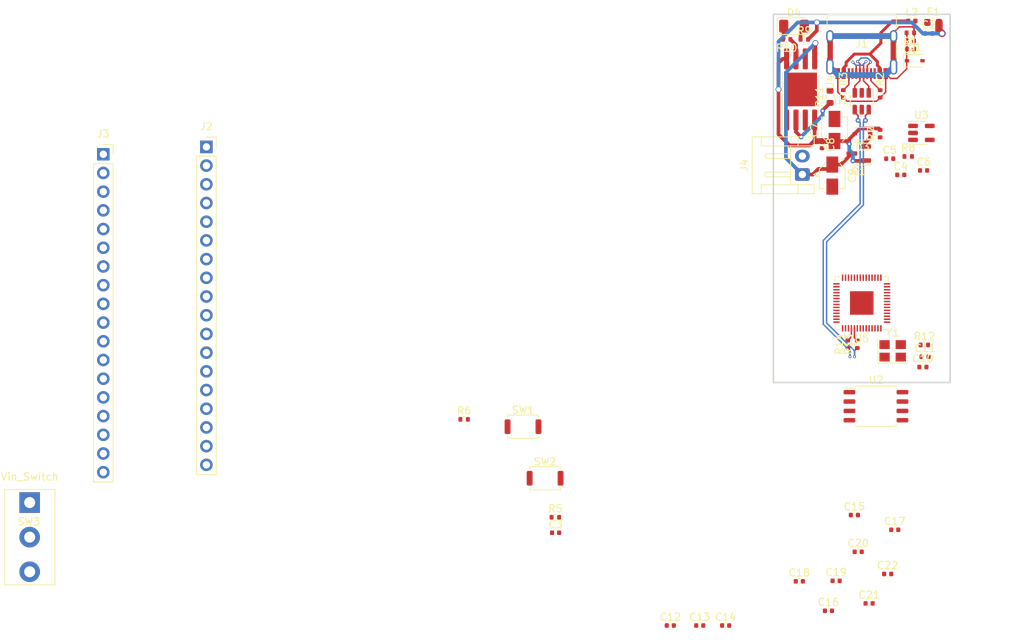
<source format=kicad_pcb>
(kicad_pcb (version 20211014) (generator pcbnew)
  (layers (0 "F.Cu" signal) (31 "B.Cu" signal) (34 "B.Paste" user) (35 "F.Paste" user) (36 "B.SilkS" user "B.Silkscreen") (37 "F.SilkS" user "F.Silkscreen") (38 "B.Mask" user) (39 "F.Mask" user) (44 "Edge.Cuts" user))
  (net 0 "")
  (net 1 "Earth")
  (net 2 "GNDPWR")
  (net 3 "GND")
  (net 4 "+5V")
  (net 5 "RUN")
  (net 6 "/VSRC")
  (net 7 "Charge")
  (net 8 "XIN")
  (net 9 "Net-(C11-Pad1)")
  (net 10 "+1V1")
  (net 11 "Net-(D4-Pad1)")
  (net 12 "Net-(D4-Pad2)")
  (net 13 "Net-(F1-Pad1)")
  (net 14 "VBUS")
  (net 15 "/CC1")
  (net 16 "D+")
  (net 17 "D-")
  (net 19 "/CC2")
  (net 21 "/GPIO0")
  (net 22 "/GPIO1")
  (net 23 "/GPIO2")
  (net 24 "/GPIO3")
  (net 25 "/GPIO4")
  (net 26 "/GPIO5")
  (net 27 "/GPIO6")
  (net 28 "/GPIO7")
  (net 29 "/GPIO8")
  (net 30 "/GPIO9")
  (net 31 "/GPIO10")
  (net 32 "/GPIO11")
  (net 33 "/GPIO12")
  (net 34 "/GPIO13")
  (net 35 "/GPIO14")
  (net 36 "/GPIO15")
  (net 37 "/GPIO29")
  (net 38 "/GPIO28")
  (net 39 "/GPIO27")
  (net 40 "/GPIO26")
  (net 41 "/GPIO25")
  (net 42 "/GPIO24")
  (net 43 "/GPIO23")
  (net 44 "/GPIO22")
  (net 45 "/GPIO21")
  (net 46 "/GPIO20")
  (net 47 "/GPIO19")
  (net 48 "/GPIO18")
  (net 49 "/GPIO17")
  (net 50 "/GPIO16")
  (net 51 "SWD")
  (net 52 "SWCLK")
  (net 53 "/BOOT")
  (net 54 "QSPI_SS")
  (net 55 "/RESET")
  (net 56 "/ENABLE")
  (net 57 "Net-(R10-Pad1)")
  (net 58 "Net-(R11-Pad1)")
  (net 59 "XOUT")
  (net 60 "USB_D+")
  (net 61 "/DP")
  (net 62 "USB_D-")
  (net 63 "/DN")
  (net 65 "QSPI_SD1")
  (net 66 "QSPI_SD2")
  (net 67 "QSPI_SD0")
  (net 68 "QSPI_SCLK")
  (net 69 "QSPI_SD3")
  (footprint "Resistor_SMD:R_0402_1005Metric" (layer "F.Cu") (at 171.2 27.4)
    (fp_text reference "R9")
    (fp_text value "470")
  )
  (footprint "Capacitor_SMD:C_0402_1005Metric" (layer "F.Cu") (at 170.52 101)
    (fp_text reference "C18")
    (fp_text value "100nF")
  )
  (footprint "Package_TO_SOT_SMD:SOT-23" (layer "F.Cu") (at 178.6 42.9 180)
    (fp_text reference "Q1")
    (fp_text value "DMP2045U")
  )
  (footprint "Capacitor_SMD:C_0402_1005Metric" (layer "F.Cu") (at 174.48 105)
    (fp_text reference "C16")
    (fp_text value "100nF")
  )
  (footprint "Connector_PinSocket_2.54mm:PinSocket_1x18_P2.54mm_Vertical" (layer "F.Cu") (at 90 42)
    (fp_text reference "J2")
    (fp_text value "Conn_01x18")
  )
  (footprint "Capacitor_SMD:C_0402_1005Metric" (layer "F.Cu") (at 178 92)
    (fp_text reference "C15")
    (fp_text value "1u")
  )
  (footprint "Capacitor_SMD:C_0402_1005Metric" (layer "F.Cu") (at 182.8 43.6)
    (fp_text reference "C5")
    (fp_text value "1u")
  )
  (footprint "Inductor_SMD:L_0402_1005Metric" (layer "F.Cu") (at 185.6 28.7)
    (fp_text reference "L1")
    (fp_text value "BLM15PX121SN1D")
  )
  (footprint "Connector_JST:JST_EH_S2B-EH_1x02_P2.50mm_Horizontal" (layer "F.Cu") (at 170.9325 45.75 90)
    (fp_text reference "J4")
    (fp_text value "Battery")
  )
  (footprint "Button_Switch_SMD:SW_Push_SPST_NO_Alps_SKRK" (layer "F.Cu") (at 136 87)
    (fp_text reference "SW2")
    (fp_text value "SW_Push")
  )
  (footprint "Resistor_SMD:R_0402_1005Metric" (layer "F.Cu") (at 125 79)
    (fp_text reference "R6")
    (fp_text value "1k")
  )
  (footprint "LED_SMD:LED_1206_3216Metric" (layer "F.Cu") (at 169.8 25.6)
    (fp_text reference "D4")
    (fp_text value "LED")
  )
  (footprint "Inductor_SMD:L_0402_1005Metric" (layer "F.Cu") (at 185.8 24.9)
    (fp_text reference "L2")
    (fp_text value "BLM15PX121SN1D")
  )
  (footprint "Capacitor_SMD:C_0402_1005Metric" (layer "F.Cu") (at 187.4 45.2)
    (fp_text reference "C6")
    (fp_text value "100nF")
  )
  (footprint "Capacitor_SMD:C_0402_1005Metric" (layer "F.Cu") (at 184.3 45.8)
    (fp_text reference "C4")
    (fp_text value "1u")
  )
  (footprint "Package_DFN_QFN:QFN-56-1EP_7x7mm_P0.4mm_EP3.2x3.2mm" (layer "F.Cu") (at 179 63.2 180)
    (fp_text reference "U5")
    (fp_text value "RP2040")
  )
  (footprint "Capacitor_SMD:CP_Elec_3x5.3" (layer "F.Cu") (at 175 45.9 -90)
    (fp_text reference "C9")
    (fp_text value "10 uF")
  )
  (footprint "Button_Switch_SMD:SW_Push_SPST_NO_Alps_SKRK" (layer "F.Cu") (at 133 80)
    (fp_text reference "SW1")
    (fp_text value "SW_Push")
  )
  (footprint "Package_TO_SOT_SMD:SOT-23-5" (layer "F.Cu") (at 187.1 40.1)
    (fp_text reference "U3")
    (fp_text value "SOT23-5 200mA 3.3V")
  )
  (footprint "Resistor_SMD:R_0603_1608Metric" (layer "F.Cu") (at 174.7 35.2 90)
    (fp_text reference "R11")
    (fp_text value "5k")
  )
  (footprint "Resistor_SMD:R_0402_1005Metric" (layer "F.Cu") (at 185.31 43.3)
    (fp_text reference "R8")
    (fp_text value "10k")
  )
  (footprint "Package_TO_SOT_SMD:SOT-23-6" (layer "F.Cu") (at 179 35.8 -90)
    (fp_text reference "U1")
    (fp_text value "USBLC6-2SC6")
  )
  (footprint "Diode_SMD:D_SOD-323" (layer "F.Cu") (at 179.1 40.2 180)
    (fp_text reference "D3")
    (fp_text value "D_Schottky")
  )
  (footprint "Package_SO:SOIC-8_5.23x5.23mm_P1.27mm" (layer "F.Cu") (at 180.93 77.22)
    (fp_text reference "U2")
    (fp_text value "W25Q128JVS")
  )
  (footprint "Package_SO:SOP-8-1EP_4.57x4.57mm_P1.27mm_EP4.57x4.45mm" (layer "F.Cu") (at 170.7 34.2 90)
    (fp_text reference "U4")
    (fp_text value "TP4056")
  )
  (footprint "Capacitor_SMD:C_0402_1005Metric" (layer "F.Cu") (at 182.52 100)
    (fp_text reference "C22")
    (fp_text value "100nF")
  )
  (footprint "Capacitor_SMD:C_0402_1005Metric" (layer "F.Cu") (at 157 107)
    (fp_text reference "C13")
    (fp_text value "100nF")
  )
  (footprint "Connector_USB:USB_C_Receptacle_HRO_TYPE-C-31-M-12" (layer "F.Cu") (at 179 28 180)
    (fp_text reference "J1")
    (fp_text value "HRO_TYPE-C-31-M-14")
  )
  (footprint "Fuse:Fuse_0603_1608Metric" (layer "F.Cu") (at 188.7 25.1)
    (fp_text reference "F1")
    (fp_text value "750 mA")
  )
  (footprint "Resistor_SMD:R_0402_1005Metric" (layer "F.Cu") (at 178.4 68.81 90)
    (fp_text reference "R13")
    (fp_text value "27")
  )
  (footprint "Connector_PinSocket_2.54mm:PinSocket_1x18_P2.54mm_Vertical" (layer "F.Cu") (at 76 43)
    (fp_text reference "J3")
    (fp_text value "Conn_01x18")
  )
  (footprint "Diode_SMD:D_SOD-323" (layer "F.Cu") (at 186.2 30.3)
    (fp_text reference "D1")
    (fp_text value "BSD3C051V")
  )
  (footprint "Resistor_SMD:R_0402_1005Metric" (layer "F.Cu") (at 181.5 40.2 90)
    (fp_text reference "R7")
    (fp_text value "1.5k")
  )
  (footprint "Resistor_SMD:R_0402_1005Metric" (layer "F.Cu") (at 187.5 68.9)
    (fp_text reference "R12")
    (fp_text value "1k")
  )
  (footprint "Resistor_SMD:R_0402_1005Metric" (layer "F.Cu") (at 137.39 92.3)
    (fp_text reference "R5")
    (fp_text value "1k")
  )
  (footprint "Capacitor_SMD:C_0402_1005Metric" (layer "F.Cu") (at 160.52 107)
    (fp_text reference "C14")
    (fp_text value "100nF")
  )
  (footprint "Capacitor_SMD:C_0402_1005Metric" (layer "F.Cu") (at 188.1 26.6)
    (fp_text reference "C2")
    (fp_text value "10uF")
  )
  (footprint "Capacitor_SMD:C_0402_1005Metric" (layer "F.Cu") (at 153 107)
    (fp_text reference "C12")
    (fp_text value "1u")
  )
  (footprint "Capacitor_SMD:C_0402_1005Metric" (layer "F.Cu") (at 185.6 27.6 180)
    (fp_text reference "C1")
    (fp_text value "100nF")
  )
  (footprint "Capacitor_SMD:C_0402_1005Metric" (layer "F.Cu") (at 178.52 96.99)
    (fp_text reference "C20")
    (fp_text value "100nF")
  )
  (footprint "Resistor_SMD:R_0402_1005Metric" (layer "F.Cu") (at 185.6 26.5 180)
    (fp_text reference "R1")
    (fp_text value "1 MOhm")
  )
  (footprint "Capacitor_SMD:C_0402_1005Metric" (layer "F.Cu") (at 137.42 94.4)
    (fp_text reference "C3")
    (fp_text value "100nF")
  )
  (footprint "Capacitor_SMD:C_0402_1005Metric" (layer "F.Cu") (at 175.52 100.93)
    (fp_text reference "C19")
    (fp_text value "100nF")
  )
  (footprint "Capacitor_SMD:C_0402_1005Metric" (layer "F.Cu") (at 173.6 41.7 -90)
    (fp_text reference "C8")
    (fp_text value "4.7 uF")
  )
  (footprint "Resistor_SMD:R_0402_1005Metric" (layer "F.Cu") (at 168.8 27.4 180)
    (fp_text reference "R10")
    (fp_text value "1.5k")
  )
  (footprint "Resistor_SMD:R_0402_1005Metric" (layer "F.Cu") (at 181.5 34.8 -90)
    (fp_text reference "R2")
    (fp_text value "5k1")
  )
  (footprint "Resistor_SMD:R_0402_1005Metric" (layer "F.Cu") (at 176.5 34.8 -90)
    (fp_text reference "R3")
    (fp_text value "5k1")
  )
  (footprint "Capacitor_SMD:CP_Elec_3x5.3" (layer "F.Cu") (at 175.3 39.7 90)
    (fp_text reference "C7")
    (fp_text value "10 uF")
  )
  (footprint "Capacitor_SMD:C_0402_1005Metric" (layer "F.Cu") (at 187.3 71.9)
    (fp_text reference "C10")
    (fp_text value "22pF")
  )
  (footprint "Capacitor_SMD:C_0402_1005Metric" (layer "F.Cu") (at 180 104)
    (fp_text reference "C21")
    (fp_text value "100nF")
  )
  (footprint "Buggy_Footprints:switch123" (layer "F.Cu") (at 66 90.301)
    (fp_text reference "SW3")
    (fp_text value "Vin_Switch")
  )
  (footprint "Capacitor_SMD:C_0402_1005Metric" (layer "F.Cu") (at 183.48 94)
    (fp_text reference "C17")
    (fp_text value "100nF")
  )
  (footprint "Resistor_SMD:R_0402_1005Metric" (layer "F.Cu") (at 177.11 68.8 90)
    (fp_text reference "R14")
    (fp_text value "27")
  )
  (footprint "Crystal:Crystal_SMD_3225-4Pin_3.2x2.5mm" (layer "F.Cu") (at 183.2 69.7)
    (fp_text reference "Y1")
    (fp_text value "Crystal_GND23")
  )
  (footprint "Capacitor_SMD:C_0402_1005Metric" (layer "F.Cu") (at 187.6 70.5)
    (fp_text reference "C11")
    (fp_text value "22pF")
  )
  (gr_rect (start 167 24) (end 191 74) (layer "Edge.Cuts") (width 0.2) (fill none))
  (segment (start 186.11 27.57) (end 186.08 27.6) (width 0.2) (layer "F.Cu") (net 1))
  (segment (start 185.9 25.7) (end 184.1 25.7) (width 0.2) (layer "F.Cu") (net 1))
  (segment (start 186.11 26.5) (end 186.11 27.57) (width 0.2) (layer "F.Cu") (net 1))
  (segment (start 186.11 26.5) (end 186.11 25.91) (width 0.2) (layer "F.Cu") (net 1))
  (segment (start 186.11 25.91) (end 185.9 25.7) (width 0.2) (layer "F.Cu") (net 1))
  (segment (start 183.32 31.13) (end 183.32 26.95) (width 0.8) (layer "F.Cu") (net 1))
  (segment (start 184.1 25.7) (end 183.32 26.48) (width 0.2) (layer "F.Cu") (net 1))
  (segment (start 174.68 31.13) (end 174.68 26.95) (width 0.8) (layer "F.Cu") (net 1))
  (segment (start 183.32 26.48) (end 183.32 26.95) (width 0.2) (layer "F.Cu") (net 1))
  (segment (start 174.68 31.13) (end 175.8 32.25) (width 0.8) (layer "B.Cu") (net 1))
  (segment (start 175.8 32.25) (end 182.2 32.25) (width 0.8) (layer "B.Cu") (net 1))
  (segment (start 174.68 26.95) (end 183.32 26.95) (width 0.8) (layer "B.Cu") (net 1))
  (segment (start 182.2 32.25) (end 183.32 31.13) (width 0.8) (layer "B.Cu") (net 1))
  (segment (start 185.19 27.67) (end 185.22 27.7) (width 0.2) (layer "F.Cu") (net 2))
  (segment (start 175.75 34.56) (end 176.5 35.31) (width 0.2) (layer "F.Cu") (net 2))
  (segment (start 175.75 32.045) (end 175.75 34.56) (width 0.2) (layer "F.Cu") (net 2))
  (segment (start 182.905 32.7) (end 183.8 32.7) (width 0.2) (layer "F.Cu") (net 2))
  (segment (start 181.01 35.8) (end 176.99 35.8) (width 0.2) (layer "F.Cu") (net 2))
  (segment (start 183.8 32.7) (end 185.1 31.4) (width 0.2) (layer "F.Cu") (net 2))
  (segment (start 185.12 27.6) (end 185.12 26.53) (width 0.2) (layer "F.Cu") (net 2))
  (segment (start 185.1 31.4) (end 185.1 28.715) (width 0.2) (layer "F.Cu") (net 2))
  (segment (start 185.115 27.605) (end 185.12 27.6) (width 0.2) (layer "F.Cu") (net 2))
  (segment (start 182.25 34.56) (end 181.5 35.31) (width 0.2) (layer "F.Cu") (net 2))
  (segment (start 185.115 28.7) (end 185.115 27.605) (width 0.2) (layer "F.Cu") (net 2))
  (segment (start 185.1 28.715) (end 185.115 28.7) (width 0.2) (layer "F.Cu") (net 2))
  (segment (start 176.99 35.8) (end 176.5 35.31) (width 0.2) (layer "F.Cu") (net 2))
  (segment (start 182.905 32.7) (end 182.25 32.045) (width 0.2) (layer "F.Cu") (net 2))
  (segment (start 185.12 26.53) (end 185.09 26.5) (width 0.2) (layer "F.Cu") (net 2))
  (segment (start 182.25 32.045) (end 182.25 34.56) (width 0.2) (layer "F.Cu") (net 2))
  (segment (start 181.5 35.31) (end 181.01 35.8) (width 0.2) (layer "F.Cu") (net 2))
  (segment (start 167.7 34.2) (end 167.7 30.6) (width 0.5) (layer "F.Cu") (net 4))
  (segment (start 178.75 39.5) (end 181.31 39.5) (width 0.5) (layer "F.Cu") (net 4))
  (segment (start 169.2 41.8) (end 171.9 41.8) (width 0.5) (layer "F.Cu") (net 4))
  (segment (start 177.8 43.9) (end 179.4875 43.9) (width 0.5) (layer "F.Cu") (net 4))
  (segment (start 175.3 41.2) (end 176.9 41.2) (width 0.5) (layer "F.Cu") (net 4))
  (segment (start 171.9 41.8) (end 172.605 41.095) (width 0.5) (layer "F.Cu") (net 4))
  (segment (start 181.31 39.5) (end 181.5 39.69) (width 0.5) (layer "F.Cu") (net 4))
  (segment (start 176.9 41.2) (end 177.3 41.6) (width 0.5) (layer "F.Cu") (net 4))
  (segment (start 173.6 41.22) (end 175.32 41.22) (width 0.8) (layer "F.Cu") (net 4))
  (segment (start 172.9 26.21) (end 171.71 27.4) (width 0.5) (layer "F.Cu") (net 4))
  (segment (start 168.25 30.05) (end 168.795 30.05) (width 0.5) (layer "F.Cu") (net 4))
  (segment (start 167.7 40.3) (end 169.2 41.8) (width 0.5) (layer "F.Cu") (net 4))
  (segment (start 175.32 41.22) (end 175.5 41.4) (width 0.8) (layer "F.Cu") (net 4))
  (segment (start 172.605 41.095) (end 172.605 38.35) (width 0.5) (layer "F.Cu") (net 4))
  (segment (start 188.58 26.6) (end 189.9 26.6) (width 0.5) (layer "F.Cu") (net 4))
  (segment (start 189.4875 26.1875) (end 189.9 26.6) (width 1) (layer "F.Cu") (net 4))
  (segment (start 179.4875 43.9) (end 179.5375 43.85) (width 0.5) (layer "F.Cu") (net 4))
  (segment (start 177.3 41.6) (end 177.3 40.95) (width 0.5) (layer "F.Cu") (net 4))
  (segment (start 177.3 40.95) (end 178.05 40.2) (width 0.5) (layer "F.Cu") (net 4))
  (segment (start 167.7 30.6) (end 168.25 30.05) (width 0.5) (layer "F.Cu") (net 4))
  (segment (start 172.9 25.1) (end 172.9 26.21) (width 0.5) (layer "F.Cu") (net 4))
  (segment (start 173.6 41.22) (end 172.73 41.22) (width 0.8) (layer "F.Cu") (net 4))
  (segment (start 172.73 41.22) (end 172.605 41.095) (width 0.5) (layer "F.Cu") (net 4))
  (segment (start 189.4875 25.1) (end 189.4875 26.1875) (width 1) (layer "F.Cu") (net 4))
  (segment (start 178.05 40.2) (end 178.75 39.5) (width 0.5) (layer "F.Cu") (net 4))
  (segment (start 167.7 34.2) (end 167.7 40.3) (width 0.5) (layer "F.Cu") (net 4))
  (via (at 177.8 43.9) (size 0.65) (drill 0.3) (layers "F.Cu" "B.Cu") (net 4))
  (via (at 172.9 25.1) (size 0.8) (drill 0.6) (layers "F.Cu" "B.Cu") (net 4))
  (via (at 177.3 41.6) (size 0.65) (drill 0.3) (layers "F.Cu" "B.Cu") (net 4))
  (via (at 167.7 34.2) (size 0.8) (drill 0.6) (layers "F.Cu" "B.Cu") (net 4))
  (via (at 189.9 26.6) (size 0.8) (drill 0.6) (layers "F.Cu" "B.Cu") (net 4))
  (segment (start 177.3 42.4) (end 177.3 41.6) (width 0.5) (layer "B.Cu") (net 4))
  (segment (start 167.7 27.7) (end 170.3 25.1) (width 0.5) (layer "B.Cu") (net 4))
  (segment (start 172.9 25.1) (end 185.8 25.1) (width 0.5) (layer "B.Cu") (net 4))
  (segment (start 185.8 25.1) (end 187.3 26.6) (width 0.5) (layer "B.Cu") (net 4))
  (segment (start 170.3 25.1) (end 172.9 25.1) (width 0.5) (layer "B.Cu") (net 4))
  (segment (start 167.7 34.2) (end 167.7 27.7) (width 0.5) (layer "B.Cu") (net 4))
  (segment (start 187.3 26.6) (end 189.9 26.6) (width 0.5) (layer "B.Cu") (net 4))
  (segment (start 177.8 43.9) (end 177.8 42.9) (width 0.5) (layer "B.Cu") (net 4))
  (segment (start 177.8 42.9) (end 177.3 42.4) (width 0.5) (layer "B.Cu") (net 4))
  (segment (start 179.5375 41.3625) (end 180.15 40.75) (width 0.5) (layer "F.Cu") (net 6))
  (segment (start 180.15 40.75) (end 180.15 40.2) (width 0.5) (layer "F.Cu") (net 6))
  (segment (start 179.5375 41.95) (end 179.5375 41.3625) (width 0.5) (layer "F.Cu") (net 6))
  (segment (start 172.7 27.9) (end 172.7 29.955) (width 0.5) (layer "F.Cu") (net 7))
  (segment (start 173.1 45) (end 174.4 45) (width 0.5) (layer "F.Cu") (net 7))
  (segment (start 170.9325 45.75) (end 172.35 45.75) (width 0.5) (layer "F.Cu") (net 7))
  (segment (start 175 44.4) (end 176.1625 44.4) (width 0.5) (layer "F.Cu") (net 7))
  (segment (start 174.4 45) (end 175 44.4) (width 0.5) (layer "F.Cu") (net 7))
  (segment (start 172.7 29.955) (end 172.605 30.05) (width 0.5) (layer "F.Cu") (net 7))
  (segment (start 176.1625 44.4) (end 177.6625 42.9) (width 0.5) (layer "F.Cu") (net 7))
  (segment (start 172.35 45.75) (end 173.1 45) (width 0.5) (layer "F.Cu") (net 7))
  (via (at 172.7 27.9) (size 0.8) (drill 0.6) (layers "F.Cu" "B.Cu") (net 7))
  (segment (start 168.7 31.9) (end 168.7 43.5175) (width 0.5) (layer "B.Cu") (net 7))
  (segment (start 172.7 27.9) (end 168.7 31.9) (width 0.5) (layer "B.Cu") (net 7))
  (segment (start 168.7 43.5175) (end 170.9325 45.75) (width 0.5) (layer "B.Cu") (net 7))
  (segment (start 168.4 25.6) (end 168.4 27.29) (width 0.5) (layer "F.Cu") (net 11))
  (segment (start 168.4 27.29) (end 168.29 27.4) (width 0.5) (layer "F.Cu") (net 11))
  (segment (start 171.2 25.6) (end 170.69 26.11) (width 0.5) (layer "F.Cu") (net 12))
  (segment (start 170.69 26.11) (end 170.69 27.4) (width 0.5) (layer "F.Cu") (net 12))
  (segment (start 176.885001 30.514999) (end 178 29.4) (width 0.4) (layer "F.Cu") (net 14))
  (segment (start 181.114999 30.414999) (end 181.114999 30.921017) (width 0.4) (layer "F.Cu") (net 14))
  (segment (start 176.55 32.045) (end 176.55 31.256018) (width 0.4) (layer "F.Cu") (net 14))
  (segment (start 180.1 29.4) (end 181.114999 30.414999) (width 0.4) (layer "F.Cu") (net 14))
  (segment (start 181.45 31.256018) (end 181.45 32.045) (width 0.4) (layer "F.Cu") (net 14))
  (segment (start 176.885001 30.921017) (end 176.885001 30.514999) (width 0.4) (layer "F.Cu") (net 14))
  (segment (start 178 29.4) (end 180.1 29.4) (width 0.4) (layer "F.Cu") (net 14))
  (segment (start 181.6 26.5) (end 181.6 27.9) (width 0.4) (layer "F.Cu") (net 14))
  (segment (start 176.55 31.256018) (end 176.885001 30.921017) (width 0.4) (layer "F.Cu") (net 14))
  (segment (start 185.315 24.9) (end 183.2 24.9) (width 0.4) (layer "F.Cu") (net 14))
  (segment (start 183.2 24.9) (end 181.6 26.5) (width 0.4) (layer "F.Cu") (net 14))
  (segment (start 181.6 27.9) (end 180.1 29.4) (width 0.4) (layer "F.Cu") (net 14))
  (segment (start 181.114999 30.921017) (end 181.45 31.256018) (width 0.4) (layer "F.Cu") (net 14))
  (segment (start 180.25 32.045) (end 180.25 33.04) (width 0.2) (layer "F.Cu") (net 15))
  (segment (start 180.25 33.04) (end 181.5 34.29) (width 0.2) (layer "F.Cu") (net 15))
  (segment (start 179.5668 30.4268) (end 179.25 30.7436) (width 0.2) (layer "F.Cu") (net 16))
  (segment (start 179.25 32.045) (end 179.25 33.04) (width 0.2) (layer "F.Cu") (net 16))
  (segment (start 179.25 33.04) (end 179.95 33.74) (width 0.2) (layer "F.Cu") (net 16))
  (segment (start 178.25 30.95) (end 177.8 30.5) (width 0.2) (layer "F.Cu") (net 16))
  (segment (start 179.25 30.7436) (end 179.25 32.045) (width 0.2) (layer "F.Cu") (net 16))
  (segment (start 179.95 33.74) (end 179.95 34.6625) (width 0.2) (layer "F.Cu") (net 16))
  (segment (start 178.25 32.045) (end 178.25 30.95) (width 0.2) (layer "F.Cu") (net 16))
  (via (at 179.5668 30.4268) (size 0.4) (drill 0.2) (layers "F.Cu" "B.Cu") (net 16))
  (via (at 177.8 30.5) (size 0.4) (drill 0.2) (layers "F.Cu" "B.Cu") (net 16))
  (segment (start 179.5668 30.4268) (end 179.0836 30.91) (width 0.2) (layer "B.Cu") (net 16))
  (segment (start 179.0836 30.91) (end 178.21 30.91) (width 0.2) (layer "B.Cu") (net 16))
  (segment (start 178.21 30.91) (end 177.8 30.5) (width 0.2) (layer "B.Cu") (net 16))
  (segment (start 178.75 30.73) (end 178.43 30.41) (width 0.2) (layer "F.Cu") (net 17))
  (segment (start 178.05 33.72) (end 178.05 34.6625) (width 0.2) (layer "F.Cu") (net 17))
  (segment (start 178.75 33.02) (end 178.05 33.72) (width 0.2) (layer "F.Cu") (net 17))
  (segment (start 178.75 32.045) (end 178.75 30.73) (width 0.2) (layer "F.Cu") (net 17))
  (segment (start 179.75 30.95) (end 180.2 30.5) (width 0.2) (layer "F.Cu") (net 17))
  (segment (start 178.75 32.045) (end 178.75 33.02) (width 0.2) (layer "F.Cu") (net 17))
  (segment (start 179.75 32.045) (end 179.75 30.95) (width 0.2) (layer "F.Cu") (net 17))
  (via (at 180.2 30.5) (size 0.4) (drill 0.2) (layers "F.Cu" "B.Cu") (net 17))
  (via (at 178.43 30.41) (size 0.4) (drill 0.2) (layers "F.Cu" "B.Cu") (net 17))
  (segment (start 180.2 30.352893) (end 180.2 30.5) (width 0.2) (layer "B.Cu") (net 17))
  (segment (start 178.43 30.41) (end 178.9132 29.9268) (width 0.2) (layer "B.Cu") (net 17))
  (segment (start 179.773907 29.9268) (end 180.2 30.352893) (width 0.2) (layer "B.Cu") (net 17))
  (segment (start 178.9132 29.9268) (end 179.773907 29.9268) (width 0.2) (layer "B.Cu") (net 17))
  (segment (start 177.25 33.54) (end 176.5 34.29) (width 0.2) (layer "F.Cu") (net 19))
  (segment (start 177.25 32.045) (end 177.25 33.54) (width 0.2) (layer "F.Cu") (net 19))
  (segment (start 169.31 27.4) (end 170.065 28.155) (width 0.5) (layer "F.Cu") (net 57))
  (segment (start 170.065 28.155) (end 170.065 30.05) (width 0.5) (layer "F.Cu") (net 57))
  (segment (start 170.065 38.35) (end 170.065 39.9499) (width 0.5) (layer "F.Cu") (net 58))
  (segment (start 170.065 39.9499) (end 170.760398 40.645298) (width 0.5) (layer "F.Cu") (net 58))
  (segment (start 173.7 37.025) (end 174.7 36.025) (width 0.5) (layer "F.Cu") (net 58))
  (segment (start 173.7 37.1) (end 173.7 37.025) (width 0.5) (layer "F.Cu") (net 58))
  (via (at 170.760398 40.645298) (size 0.65) (drill 0.3) (layers "F.Cu" "B.Cu") (net 58))
  (via (at 173.7 37.1) (size 0.65) (drill 0.3) (layers "F.Cu" "B.Cu") (net 58))
  (segment (start 170.760398 40.645298) (end 170.760398 40.639602) (width 0.5) (layer "B.Cu") (net 58))
  (segment (start 173.7 37.7) (end 173.7 37.1) (width 0.5) (layer "B.Cu") (net 58))
  (segment (start 170.760398 40.639602) (end 173.7 37.7) (width 0.5) (layer "B.Cu") (net 58))
  (segment (start 179.95 37.286396) (end 179.5 37.736396) (width 0.2) (layer "F.Cu") (net 60))
  (segment (start 178.025 69.695) (end 178.4 69.32) (width 0.2) (layer "F.Cu") (net 60))
  (segment (start 178.025 70.5) (end 178.025 69.695) (width 0.2) (layer "F.Cu") (net 60))
  (segment (start 179.95 36.9375) (end 179.95 37.286396) (width 0.2) (layer "F.Cu") (net 60))
  (segment (start 179.5 37.736396) (end 179.5 38.4) (width 0.2) (layer "F.Cu") (net 60))
  (via (at 178.025 70.5) (size 0.4) (drill 0.2) (layers "F.Cu" "B.Cu") (net 60))
  (via (at 179.5 38.4) (size 0.65) (drill 0.3) (layers "F.Cu" "B.Cu") (net 60))
  (segment (start 174.225 65.9068) (end 178.025 69.7068) (width 0.2) (layer "B.Cu") (net 60))
  (segment (start 179.5 38.4) (end 179.225001 38.674999) (width 0.2) (layer "B.Cu") (net 60))
  (segment (start 178.025 69.7068) (end 178.025 70.5) (width 0.2) (layer "B.Cu") (net 60))
  (segment (start 179.225001 38.674999) (end 179.225001 49.893199) (width 0.2) (layer "B.Cu") (net 60))
  (segment (start 174.225 54.8932) (end 174.225 65.9068) (width 0.2) (layer "B.Cu") (net 60))
  (segment (start 179.225001 49.893199) (end 174.225 54.8932) (width 0.2) (layer "B.Cu") (net 60))
  (segment (start 178.4 68.3) (end 178 67.9) (width 0.2) (layer "F.Cu") (net 61))
  (segment (start 178 67.9) (end 178 66.6375) (width 0.2) (layer "F.Cu") (net 61))
  (segment (start 178.5 37.736396) (end 178.5 38.4) (width 0.2) (layer "F.Cu") (net 62))
  (segment (start 177.4 69.6) (end 177.11 69.31) (width 0.2) (layer "F.Cu") (net 62))
  (segment (start 177.4 70.5) (end 177.4 69.6) (width 0.2) (layer "F.Cu") (net 62))
  (segment (start 178.05 37.286396) (end 178.5 37.736396) (width 0.2) (layer "F.Cu") (net 62))
  (segment (start 178.05 36.9375) (end 178.05 37.286396) (width 0.2) (layer "F.Cu") (net 62))
  (via (at 177.4 70.5) (size 0.4) (drill 0.2) (layers "F.Cu" "B.Cu") (net 62))
  (via (at 178.5 38.4) (size 0.65) (drill 0.3) (layers "F.Cu" "B.Cu") (net 62))
  (segment (start 178.774999 38.674999) (end 178.5 38.4) (width 0.2) (layer "B.Cu") (net 62))
  (segment (start 173.775 66.0932) (end 173.775 54.7068) (width 0.2) (layer "B.Cu") (net 62))
  (segment (start 173.775 54.7068) (end 178.774999 49.706801) (width 0.2) (layer "B.Cu") (net 62))
  (segment (start 178.774999 49.706801) (end 178.774999 38.674999) (width 0.2) (layer "B.Cu") (net 62))
  (segment (start 177.4 70.5) (end 177.4 69.7182) (width 0.2) (layer "B.Cu") (net 62))
  (segment (start 177.4 69.7182) (end 173.775 66.0932) (width 0.2) (layer "B.Cu") (net 62))
  (segment (start 177.6 67.8) (end 177.6 66.6375) (width 0.2) (layer "F.Cu") (net 63))
  (segment (start 177.11 68.29) (end 177.6 67.8) (width 0.2) (layer "F.Cu") (net 63))
)
</source>
